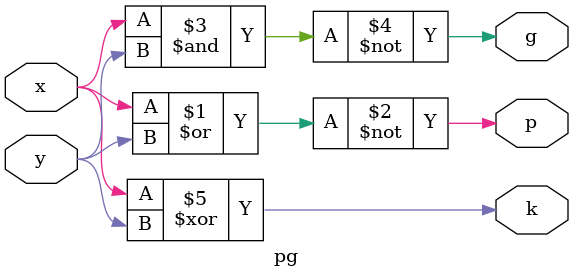
<source format=v>
`timescale 1ns / 1ps

module pg( x,y,p,g,k);
  
  input x;
  input y;
  output p;
  output g;
  output k;

  nor nor1(p,x,y);
  nand nand1(g,x,y);
  xor xor1(k,x,y);

endmodule

</source>
